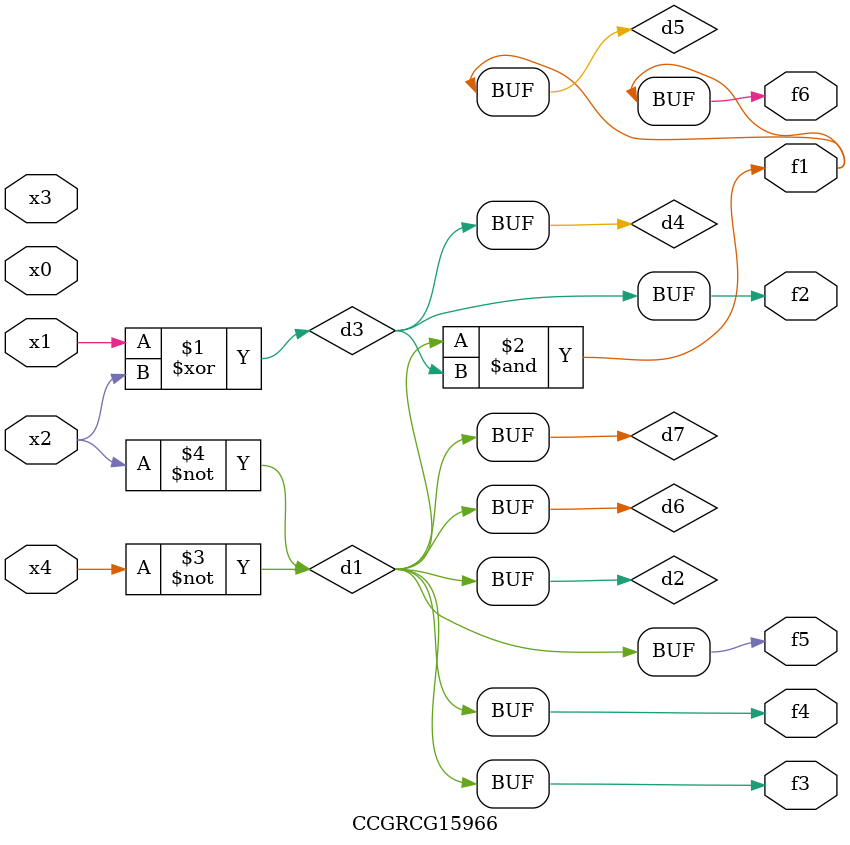
<source format=v>
module CCGRCG15966(
	input x0, x1, x2, x3, x4,
	output f1, f2, f3, f4, f5, f6
);

	wire d1, d2, d3, d4, d5, d6, d7;

	not (d1, x4);
	not (d2, x2);
	xor (d3, x1, x2);
	buf (d4, d3);
	and (d5, d1, d3);
	buf (d6, d1, d2);
	buf (d7, d2);
	assign f1 = d5;
	assign f2 = d4;
	assign f3 = d7;
	assign f4 = d7;
	assign f5 = d7;
	assign f6 = d5;
endmodule

</source>
